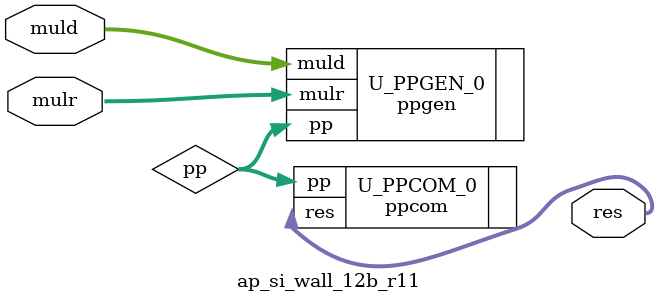
<source format=v>
module ap_si_wall_12b_r11 (
    input  signed [11:0] muld,
    input  signed [11:0] mulr,
    
    output signed [23:0] res
);

wire [143:0] pp;

ppgen #(
    .DW                             (  12                           ))
U_PPGEN_0(
    .muld                           ( muld                          ),
    .mulr                           ( mulr                          ),
    .pp                             ( pp                            )
);


ppcom U_PPCOM_0(
    .pp                             ( pp                            ),
    .res                            ( res                           )
);


endmodule

</source>
